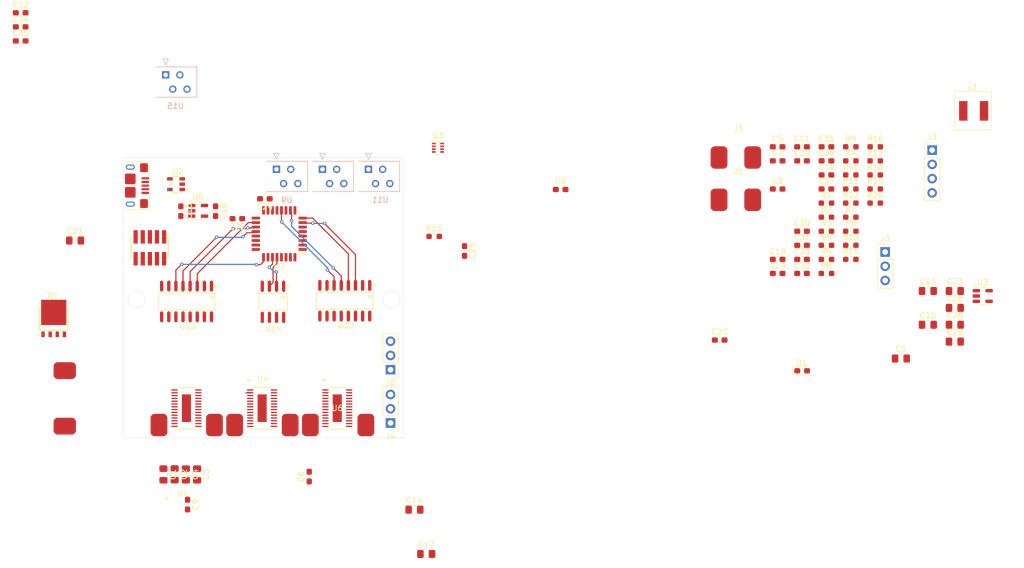
<source format=kicad_pcb>
(kicad_pcb (version 20241229) (generator "pcbnew") (generator_version "9.0")
  (title_block (title "Mainboard layout") (rev "1") (company "Team 1.9 TDI / Crismar Liukonen"))
  (layers (0 "F.Cu" signal) (4 "In1.Cu" power "GND1") (6 "In2.Cu" power "GND2") (2 "B.Cu" signal) (13 "F.Paste" user) (15 "B.Paste" user) (5 "F.SilkS" user "F.Silkscreen") (7 "B.SilkS" user "B.Silkscreen") (1 "F.Mask" user) (3 "B.Mask" user) (25 "Edge.Cuts" user))
  (net 0 "")
  (net 1 "GND_MOT")
  (net 2 "/VBAT")
  (net 3 "GND_MCU")
  (net 4 "/VUSB")
  (net 5 "/5V_MOT")
  (net 6 "+3.3V")
  (net 7 "Net-(U3-SS)")
  (net 8 "Net-(U3-BST)")
  (net 9 "Net-(U3-SW)")
  (net 10 "Net-(U3-RT)")
  (net 11 "/NRST")
  (net 12 "Net-(C35-Pad2)")
  (net 13 "Net-(C36-Pad2)")
  (net 14 "Net-(D1-A)")
  (net 15 "/D-")
  (net 17 "/D+")
  (net 18 "/VBAT_IN")
  (net 19 "/IR_RX")
  (net 20 "/PWM_GRB_O")
  (net 21 "/IR_TX")
  (net 22 "/PWM_ANG_O")
  (net 23 "/M3_OUT1")
  (net 24 "/M3_OUT2")
  (net 25 "/M1_OUT1")
  (net 26 "/M1_OUT2")
  (net 27 "/M2_OUT2")
  (net 28 "/M2_OUT1")
  (net 29 "Net-(U1-ITRIP)")
  (net 30 "Net-(U1-SR)")
  (net 31 "Net-(U1-DRVOFF)")
  (net 32 "Net-(U1-IPROPI)")
  (net 33 "Net-(U6-ITRIP)")
  (net 34 "Net-(U3-FB)")
  (net 35 "Net-(U6-SR)")
  (net 36 "Net-(U6-DRVOFF)")
  (net 37 "Net-(U4-ITRIP)")
  (net 38 "Net-(U6-IPROPI)")
  (net 39 "Net-(U4-SR)")
  (net 40 "Net-(U4-DRVOFF)")
  (net 41 "Net-(U4-IPROPI)")
  (net 42 "Net-(U7-PB8)")
  (net 43 "Net-(U12-EN2)")
  (net 44 "Net-(U13-EN2)")
  (net 46 "/PWM_M1_O")
  (net 47 "/M1_DIR_O")
  (net 48 "/M_NSLEEP_O")
  (net 54 "/PWM_M2_O")
  (net 55 "/M2_DIR_O")
  (net 56 "/M3_DIR_O")
  (net 57 "/PWM_M3_O")
  (net 58 "/PWM_TH_I")
  (net 59 "/E_M3_A")
  (net 61 "/PWM_M3_I")
  (net 62 "/SWCLK")
  (net 63 "/E_M1_A")
  (net 64 "/MCU_LED")
  (net 65 "/E_M2_A")
  (net 66 "/PWM_ANG_I")
  (net 67 "/PWM_GRB_I")
  (net 68 "/E_M3_B")
  (net 69 "/PWM_M2_I")
  (net 70 "/M3_DIR_I")
  (net 72 "/SWDIO")
  (net 73 "/M1_DIR_I")
  (net 74 "/PWM_M1_I")
  (net 75 "/E_M2_B")
  (net 76 "/M2_DIR_I")
  (net 77 "/M_NSLEEP_I")
  (net 78 "/E_M1_B")
  (net 82 "/PWM_TH_O")
  (footprint "Resistor_SMD:R_0603_1608Metric_Pad0.98x0.95mm_HandSolder" (layer "F.Cu") (at 193.34 75.42)
    (property "Reference" "R1")
    (property "Value" "100K")
  )
  (footprint "Capacitor_SMD:C_0805_2012Metric_Pad1.18x1.45mm_HandSolder" (layer "F.Cu") (at 77.1 123.7925 -90)
    (property "Reference" "C2")
    (property "Value" "10u")
  )
  (footprint "Library:SI8640AB-B-IS1" (layer "F.Cu") (at 107.445 92.8355 180)
    (property "Reference" "U13")
    (property "Value" "SI8640AB-B-IS1")
  )
  (footprint "Library:SOT-23-5" (layer "F.Cu") (at 221.22 91.995)
    (property "Reference" "U3")
    (property "Value" "NCP718BSN500T1G")
  )
  (footprint "Resistor_SMD:R_0603_1608Metric_Pad0.98x0.95mm_HandSolder" (layer "F.Cu") (at 197.69 85.46)
    (property "Reference" "R14")
    (property "Value" "100K")
  )
  (footprint "Capacitor_SMD:C_0603_1608Metric_Pad1.08x0.95mm_HandSolder" (layer "F.Cu") (at 88.2875 78.2 180)
    (property "Reference" "C22")
    (property "Value" "0.1u")
  )
  (footprint "Capacitor_SMD:C_0805_2012Metric_Pad1.18x1.45mm_HandSolder" (layer "F.Cu") (at 206.62 103.14)
    (property "Reference" "C5")
    (property "Value" "10u")
  )
  (footprint "Library:C_0603_1608Metric_Pad1.08x0.95mm_HandSolder" (layer "F.Cu") (at 193.34 67.89)
    (property "Reference" "C36")
    (property "Value" "0.1u")
  )
  (footprint "Capacitor_SMD:C_0603_1608Metric_Pad1.08x0.95mm_HandSolder" (layer "F.Cu") (at 49.6375 46.5)
    (property "Reference" "C35")
    (property "Value" "0.1u")
  )
  (footprint "Library:PinHeader_1x03_P2.54mm_Vertical" (layer "F.Cu") (at 203.8175 84.14)
    (property "Reference" "J3")
    (property "Value" "Conn_01x03_Pin")
  )
  (footprint "Inductor_SMD:SRP4021HMCT-1R5M_custom" (layer "F.Cu") (at 219.475 58.975)
    (property "Reference" "L1")
    (property "Value" "1.5u")
  )
  (footprint "Connector_Wire:SolderWirePad_1x02_SMD_3x4mm" (layer "F.Cu") (at 87.8 114)
    (property "Reference" "J9" (hide yes))
    (property "Value" "Conn_01x02_Socket")
  )
  (footprint "Resistor_SMD:R_0603_1608Metric_Pad0.98x0.95mm_HandSolder" (layer "F.Cu") (at 202.04 72.91)
    (property "Reference" "R19")
    (property "Value" "10K")
  )
  (footprint "Library:SolderWirePad_1x02_SMD_3x4mm" (layer "F.Cu") (at 174.19 73.84)
    (property "Reference" "J5")
    (property "Value" "Conn_01x02_Socket")
  )
  (footprint "Resistor_SMD:R_0603_1608Metric_Pad0.98x0.95mm_HandSolder" (layer "F.Cu") (at 197.69 65.38)
    (property "Reference" "R9")
    (property "Value" "100K")
  )
  (footprint "Library:SolderWirePad_1x02_SMD_3x4mm" (layer "F.Cu") (at 174.19 66.29)
    (property "Reference" "J3")
    (property "Value" "Conn_01x02_Socket")
  )
  (footprint "Package_TO_SOT_SMD:SOT-583-8" (layer "F.Cu") (at 124.06 65.55)
    (property "Reference" "U3")
    (property "Value" "TPS62933")
  )
  (footprint "Capacitor_SMD:C_0805_2012Metric_Pad1.18x1.45mm_HandSolder" (layer "F.Cu") (at 211.43 97.12)
    (property "Reference" "C15")
    (property "Value" "10u")
  )
  (footprint "Resistor_SMD:R_0603_1608Metric_Pad0.98x0.95mm_HandSolder" (layer "F.Cu") (at 197.69 70.4)
    (property "Reference" "R10")
    (property "Value" "22K")
  )
  (footprint "Capacitor_SMD:C_0603_1608Metric_Pad1.08x0.95mm_HandSolder" (layer "F.Cu") (at 188.99 85.46)
    (property "Reference" "C33")
    (property "Value" "0.1u")
  )
  (footprint "Capacitor_SMD:C_0603_1608Metric_Pad1.08x0.95mm_HandSolder" (layer "F.Cu") (at 78.2 76.8625 -90)
    (property "Reference" "C16")
    (property "Value" "1u")
  )
  (footprint "Capacitor_SMD:C_0603_1608Metric_Pad1.08x0.95mm_HandSolder" (layer "F.Cu") (at 93.1875 74.65 180)
    (property "Reference" "C24")
    (property "Value" "0.1u")
  )
  (footprint "Resistor_SMD:R_0603_1608Metric_Pad0.98x0.95mm_HandSolder" (layer "F.Cu") (at 202.04 65.38)
    (property "Reference" "R16")
    (property "Value" "22K")
  )
  (footprint "Capacitor_SMD:C_0805_2012Metric_Pad1.18x1.45mm_HandSolder" (layer "F.Cu") (at 79.1 123.8175 -90)
    (property "Reference" "C4")
    (property "Value" "10u")
  )
  (footprint "Capacitor_SMD:C_0805_2012Metric_Pad1.18x1.45mm_HandSolder" (layer "F.Cu") (at 216.24 100.13)
    (property "Reference" "C29")
    (property "Value" "10u")
  )
  (footprint "Library:VSSOP_SDGQQ1_TEX-L" (layer "F.Cu") (at 79.2 112)
    (property "Reference" "U1")
    (property "Value" "DRV8243HQDGQRQ1")
  )
  (footprint "Resistor_SMD:R_0603_1608Metric_Pad0.98x0.95mm_HandSolder" (layer "F.Cu") (at 123.3875 81.3625)
    (property "Reference" "R15")
    (property "Value" "10K")
  )
  (footprint "Connector_PinHeader_2.54mm:PinHeader_1x04_P2.54mm_Vertical" (layer "F.Cu") (at 212.2 65.98)
    (property "Reference" "J3")
    (property "Value" "Conn_01x04_Socket")
  )
  (footprint "Capacitor_SMD:C_0603_1608Metric_Pad1.08x0.95mm_HandSolder" (layer "F.Cu") (at 193.34 72.91)
    (property "Reference" "C37")
    (property "Value" "0.1u")
  )
  (footprint "Resistor_SMD:R_0603_1608Metric_Pad0.98x0.95mm_HandSolder" (layer "F.Cu") (at 197.69 67.89)
    (property "Reference" "R4")
    (property "Value" "10K")
  )
  (footprint "Resistor_SMD:R_0603_1608Metric_Pad0.98x0.95mm_HandSolder" (layer "F.Cu") (at 197.69 72.91)
    (property "Reference" "R11")
    (property "Value" "10K")
  )
  (footprint "Library:VSSOP_SDGQQ1_TEX-L" (layer "F.Cu") (at 92.7 112)
    (property "Reference" "U4")
    (property "Value" "DRV8243HQDGQRQ1")
  )
  (footprint "Connector_PinHeader_2.54mm:PinHeader_1x03_P2.54mm_Vertical" (layer "F.Cu") (at 115.6 114.64 180)
    (property "Reference" "J4")
    (property "Value" "Conn_01x03_Pin")
  )
  (footprint "Resistor_SMD:R_0603_1608Metric_Pad0.98x0.95mm_HandSolder" (layer "F.Cu") (at 197.69 80.44)
    (property "Reference" "R8")
    (property "Value" "10K")
  )
  (footprint "Connector_Wire:SolderWirePad_1x02_SMD_3x4mm" (layer "F.Cu") (at 74.3 114)
    (property "Reference" "J8" (hide yes))
    (property "Value" "Conn_01x02_Socket")
  )
  (footprint "Capacitor_SMD:C_0805_2012Metric_Pad1.18x1.45mm_HandSolder" (layer "F.Cu") (at 59.3375 82.1)
    (property "Reference" "C21")
    (property "Value" "10u")
  )
  (footprint "Capacitor_SMD:C_0805_2012Metric_Pad1.18x1.45mm_HandSolder" (layer "F.Cu") (at 216.24 91.1)
    (property "Reference" "C23")
    (property "Value" "10u")
  )
  (footprint "Capacitor_SMD:C_0603_1608Metric_Pad1.08x0.95mm_HandSolder" (layer "F.Cu") (at 188.99 67.89)
    (property "Reference" "C20")
    (property "Value" "0.1u")
  )
  (footprint "Capacitor_SMD:C_0805_2012Metric_Pad1.18x1.45mm_HandSolder" (layer "F.Cu") (at 121.9625 138)
    (property "Reference" "C17")
    (property "Value" "10u")
  )
  (footprint "Capacitor_SMD:C_0603_1608Metric_Pad1.08x0.95mm_HandSolder" (layer "F.Cu") (at 188.99 80.44)
    (property "Reference" "C30")
    (property "Value" "0.1u")
  )
  (footprint "Connector_Wire:SolderWirePad_1x02_SMD_3x4mm" (layer "F.Cu") (at 58.5 105.3 -90)
    (property "Reference" "J2" (hide yes))
    (property "Value" "Conn_01x02_Socket")
  )
  (footprint "Connector_Wire:SolderWirePad_1x02_SMD_3x4mm" (layer "F.Cu") (at 101.3 114)
    (property "Reference" "J7" (hide yes))
    (property "Value" "Conn_01x02_Socket")
  )
  (footprint "Capacitor_SMD:C_0805_2012Metric_Pad1.18x1.45mm_HandSolder" (layer "F.Cu") (at 211.43 91.1)
    (property "Reference" "C13")
    (property "Value" "10u")
  )
  (footprint "Library:LQFP-32_7x7mm_P0.8mm" (layer "F.Cu") (at 95.75 80.9 180)
    (property "Reference" "U7")
    (property "Value" "STM32G441KBT6")
  )
  (footprint "Library:USB_Micro-B_Amphenol_10118193-0001LF_Horizontal" (layer "F.Cu") (at 69.1865 72.305 -90)
    (property "Reference" "J1" (hide yes))
    (property "Value" "10118193-0001LF")
  )
  (footprint "Capacitor_SMD:C_0603_1608Metric_Pad1.08x0.95mm_HandSolder" (layer "F.Cu") (at 49.6375 43.99)
    (property "Reference" "C34")
    (property "Value" "0.1u")
  )
  (footprint "Library:R_0603_1608Metric_Pad0.98x0.95mm_HandSolder" (layer "F.Cu") (at 193.34 87.97)
    (property "Reference" "R6")
    (property "Value" "100K")
  )
  (footprint "Library:HDR-SMD_10P-P1.27-V-M-R2-C5-S1.27-LS5.5" (layer "F.Cu") (at 72.68 83.4 180)
    (property "Reference" "U8" (hide yes))
    (property "Value" "20021121-00010T4LF")
  )
  (footprint "Package_TO_SOT_SMD:SOT-23-5" (layer "F.Cu") (at 81.2875 76.8)
    (property "Reference" "U5")
    (property "Value" "MIC5504-3.3YM5")
  )
  (footprint "Capacitor_SMD:C_0603_1608Metric_Pad1.08x0.95mm_HandSolder" (layer "F.Cu") (at 128.8 83.9625 -90)
    (property "Reference" "C25")
    (property "Value" "0.1u")
  )
  (footprint "Resistor_SMD:R_0603_1608Metric_Pad0.98x0.95mm_HandSolder" (layer "F.Cu") (at 197.69 75.42)
    (property "Reference" "R12")
    (property "Value" "4K7")
  )
  (footprint "Capacitor_SMD:C_0603_1608Metric_Pad1.08x0.95mm_HandSolder" (layer "F.Cu") (at 184.64 72.91)
    (property "Reference" "C9")
    (property "Value" "0.1u")
  )
  (footprint "Capacitor_SMD:C_0805_2012Metric_Pad1.18x1.45mm_HandSolder" (layer "F.Cu") (at 119.8625 130.1)
    (property "Reference" "C14")
    (property "Value" "10u")
  )
  (footprint "Library:C_0603_1608Metric_Pad1.08x0.95mm_HandSolder" (layer "F.Cu") (at 193.34 65.38)
    (property "Reference" "C35")
    (property "Value" "0.1u")
  )
  (footprint "Resistor_SMD:R_0603_1608Metric_Pad0.98x0.95mm_HandSolder" (layer "F.Cu") (at 193.34 82.95)
    (property "Reference" "R5")
    (property "Value" "2K7")
  )
  (footprint "Capacitor_SMD:C_0603_1608Metric_Pad1.08x0.95mm_HandSolder" (layer "F.Cu") (at 188.99 82.95)
    (property "Reference" "C31")
    (property "Value" "0.1u")
  )
  (footprint "Library:SOIC-8_L4.9-W3.9-P1.27-LS6.0-BL" (layer "F.Cu") (at 94.635 93.0275 180)
    (property "Reference" "U14")
    (property "Value" "MAX12930EASA+")
  )
  (footprint "Capacitor_SMD:C_0805_2012Metric_Pad1.18x1.45mm_HandSolder" (layer "F.Cu") (at 75.1 123.8175 -90)
    (property "Reference" "C1")
    (property "Value" "10u")
  )
  (footprint "Capacitor_SMD:C_0603_1608Metric_Pad1.08x0.95mm_HandSolder" (layer "F.Cu") (at 184.64 87.97)
    (property "Reference" "C19")
    (property "Value" "0.1u")
  )
  (footprint "Capacitor_SMD:C_0805_2012Metric_Pad1.18x1.45mm_HandSolder" (layer "F.Cu") (at 81.1 123.8175 -90)
    (property "Reference" "C3")
    (property "Value" "10u")
  )
  (footprint "Library:SI8640AB-B-IS1" (layer "F.Cu") (at 79.225 92.9645 180)
    (property "Reference" "U12")
    (property "Value" "SI8640AB-B-IS1")
  )
  (footprint "Library:C_0603_1608Metric_Pad1.08x0.95mm_HandSolder" (layer "F.Cu") (at 184.64 65.38)
    (property "Reference" "C5")
    (property "Value" "1u")
  )
  (footprint "Capacitor_SMD:C_0603_1608Metric_Pad1.08x0.95mm_HandSolder" (layer "F.Cu") (at 49.6375 41.48)
    (property "Reference" "C12")
    (property "Value" "10u")
  )
  (footprint "Resistor_SMD:R_0603_1608Metric_Pad0.98x0.95mm_HandSolder" (layer "F.Cu") (at 202.04 70.4)
    (property "Reference" "R18")
    (property "Value" "2K7")
  )
  (footprint "Capacitor_SMD:C_0603_1608Metric_Pad1.08x0.95mm_HandSolder" (layer "F.Cu") (at 101.1 124.2 90)
    (property "Reference" "C6")
    (property "Value" "0.1u")
  )
  (footprint "Capacitor_SMD:C_0603_1608Metric_Pad1.08x0.95mm_HandSolder" (layer "F.Cu") (at 184.64 85.46)
    (property "Reference" "C10")
    (property "Value" "0.1u")
  )
  (footprint "Connector_PinHeader_2.54mm:PinHeader_1x03_P2.54mm_Vertical" (layer "F.Cu") (at 115.6 105.14 180)
    (property "Reference" "J6")
    (property "Value" "Conn_01x03_Pin")
  )
  (footprint "Library:BUK6Y10-30PX" (layer "F.Cu") (at 55.532 96.875)
    (property "Reference" "Q1")
    (property "Value" "BUK6Y10-30PX")
  )
  (footprint "Library:VSSOP_SDGQQ1_TEX-L" (layer "F.Cu") (at 106.1 112)
    (property "Reference" "U6")
    (property "Value" "DRV8243HQDGQRQ1")
  )
  (footprint "Capacitor_SMD:C_0603_1608Metric_Pad1.08x0.95mm_HandSolder" (layer "F.Cu") (at 184.64 67.89)
    (property "Reference" "C7")
    (property "Value" "0.1u")
  )
  (footprint "Capacitor_SMD:C_0603_1608Metric_Pad1.08x0.95mm_HandSolder" (layer "F.Cu") (at 193.34 70.4)
    (property "Reference" "C36")
    (property "Value" "0.1u")
  )
  (footprint "Resistor_SMD:R_0603_1608Metric_Pad0.98x0.95mm_HandSolder" (layer "F.Cu") (at 197.69 82.95)
    (property "Reference" "R13")
    (property "Value" "2K7")
  )
  (footprint "Capacitor_SMD:C_0603_1608Metric_Pad1.08x0.95mm_HandSolder" (layer "F.Cu") (at 188.99 87.97)
    (property "Reference" "C32")
    (property "Value" "0.1u")
  )
  (footprint "Resistor_SMD:R_0603_1608Metric_Pad0.98x0.95mm_HandSolder" (layer "F.Cu") (at 202.04 75.42)
    (property "Reference" "R20")
    (property "Value" "10K")
  )
  (footprint "Capacitor_SMD:C_0603_1608Metric_Pad1.08x0.95mm_HandSolder" (layer "F.Cu") (at 174.3 99.85)
    (property "Reference" "C27")
    (property "Value" "0.1u")
  )
  (footprint "Capacitor_SMD:C_0805_2012Metric_Pad1.18x1.45mm_HandSolder" (layer "F.Cu") (at 216.24 97.12)
    (property "Reference" "C28")
    (property "Value" "10u")
  )
  (footprint "Capacitor_SMD:C_0805_2012Metric_Pad1.18x1.45mm_HandSolder" (layer "F.Cu") (at 216.24 94.11)
    (property "Reference" "C26")
    (property "Value" "10u")
  )
  (footprint "Resistor_SMD:R_0603_1608Metric_Pad0.98x0.95mm_HandSolder" (layer "F.Cu") (at 197.69 77.93)
    (property "Reference" "R7")
    (property "Value" "52K3")
  )
  (footprint "Resistor_SMD:R_0603_1608Metric_Pad0.98x0.95mm_HandSolder" (layer "F.Cu") (at 202.04 67.89)
    (property "Reference" "R17")
    (property "Value" "10K")
  )
  (footprint "Capacitor_SMD:C_0603_1608Metric_Pad1.08x0.95mm_HandSolder" (layer "F.Cu") (at 145.9375 73)
    (property "Reference" "C8")
    (property "Value" "0.1u")
  )
  (footprint "Library:C_0603_1608Metric_Pad1.08x0.95mm_HandSolder" (layer "F.Cu") (at 79.4 129.1925 -90)
    (property "Reference" "C9")
    (property "Value" "1u")
  )
  (footprint "Resistor_SMD:R_0603_1608Metric_Pad0.98x0.95mm_HandSolder" (layer "F.Cu") (at 193.34 77.93)
    (property "Reference" "R2")
    (property "Value" "22K")
  )
  (footprint "LED_SMD:LED_0603_1608Metric_Pad1.05x0.95mm_HandSolder" (layer "F.Cu") (at 189.01 105.33)
    (property "Reference" "D1")
    (property "Value" "RF-WUB190DS-DD")
  )
  (footprint "Capacitor_SMD:C_0603_1608Metric_Pad1.08x0.95mm_HandSolder" (layer "F.Cu") (at 84.4 76.8625 -90)
    (property "Reference" "C18")
    (property "Value" "1u")
  )
  (footprint "Capacitor_SMD:C_0603_1608Metric_Pad1.08x0.95mm_HandSolder" (layer "F.Cu") (at 188.99 65.38)
    (property "Reference" "C11")
    (property "Value" "10u")
  )
  (footprint "Library:SOT-23-5_L2.9-W1.6-P0.95-LS2.8-BR" (layer "F.Cu") (at 77.35 72.05)
    (property "Reference" "U2")
    (property "Value" "CM1223-02SO")
  )
  (footprint "Resistor_SMD:R_0603_1608Metric_Pad0.98x0.95mm_HandSolder" (layer "F.Cu") (at 193.34 80.44)
    (property "Reference" "R3")
    (property "Value" "10K")
  )
  (footprint "Resistor_SMD:R_0603_1608Metric_Pad0.98x0.95mm_HandSolder" (layer "F.Cu") (at 193.34 85.46)
    (property "Reference" "R6")
    (property "Value" "68R")
  )
  (footprint "Library:TE_Micro-MaTch_215079-4_2x02_P1.27mm_Vertical" (layer "B.Cu") (at 111.66 69.4 -90)
    (property "Reference" "U11")
    (property "Value" "215079-4")
  )
  (footprint "Library:TE_Micro-MaTch_215079-4_2x02_P1.27mm_Vertical" (layer "B.Cu") (at 103.46 69.4 -90)
    (property "Reference" "U10" (hide yes))
    (property "Value" "215079-4")
  )
  (footprint "Library:TE_Micro-MaTch_215079-4_2x02_P1.27mm_Vertical" (layer "B.Cu") (at 75.49 52.56 -90)
    (property "Reference" "U15")
    (property "Value" "215079-4")
  )
  (footprint "Library:TE_Micro-MaTch_215079-4_2x02_P1.27mm_Vertical" (layer "B.Cu") (at 95.26 69.4 -90)
    (property "Reference" "U9")
    (property "Value" "215079-4")
  )
  (gr_circle (center 115.8 92.6) (end 117.3 92.6) (stroke (width 0.05)) (fill no) (layer "Edge.Cuts"))
  (gr_rect (start 67.9 67.3) (end 117.9 117.3) (stroke (width 0.05)) (fill no) (layer "Edge.Cuts"))
  (gr_circle (center 70.3 92.6) (end 71.8 92.6) (stroke (width 0.05)) (fill no) (layer "Edge.Cuts"))
  (segment (start 89.804126 109.249307) (end 90.5791 109.249307) (width 0.2) (layer "F.Cu") (net 1))
  (segment (start 78.2 76) (end 78.35 75.85) (width 0.3) (layer "F.Cu") (net 4))
  (segment (start 80 76) (end 80.15 75.85) (width 0.3) (layer "F.Cu") (net 4))
  (segment (start 76.145 73.105) (end 76.25 73) (width 0.3) (layer "F.Cu") (net 4))
  (segment (start 79.95 76.05) (end 80.15 75.85) (width 0.3) (layer "F.Cu") (net 4))
  (segment (start 71.8615 71.005) (end 72.45637 71.005) (width 0.3) (layer "F.Cu") (net 4))
  (segment (start 75.9865 72.85) (end 75.9865 73.155) (width 0.3) (layer "B.Cu") (net 4))
  (segment (start 77.32 87.38) (end 78.35 86.35) (width 0.2) (layer "F.Cu") (net 58))
  (segment (start 77.32 90.229) (end 77.32 87.38) (width 0.2) (layer "F.Cu") (net 58))
  (segment (start 91.7 86.4) (end 92.4 86.4) (width 0.2) (layer "F.Cu") (net 58))
  (segment (start 92.4 86.4) (end 92.95 85.85) (width 0.2) (layer "F.Cu") (net 58))
  (segment (start 92.95 85.85) (end 92.95 85.075) (width 0.2) (layer "F.Cu") (net 58))
  (via (at 91.7 86.4) (size 0.6) (drill 0.3) (layers "F.Cu" "B.Cu") (net 58))
  (via (at 78.35 86.35) (size 0.6) (drill 0.3) (layers "F.Cu" "B.Cu") (net 58))
  (segment (start 78.35 86.35) (end 91.65 86.35) (width 0.2) (layer "B.Cu") (net 58))
  (segment (start 91.65 86.35) (end 91.7 86.4) (width 0.2) (layer "B.Cu") (net 58))
  (segment (start 114.125082 69.4) (end 114.2 69.4) (width 0.2) (layer "F.Cu") (net 59))
  (segment (start 91.375 80.7) (end 91.575 80.5) (width 0.2) (layer "F.Cu") (net 61))
  (segment (start 90 80.7) (end 91.375 80.7) (width 0.2) (layer "F.Cu") (net 61))
  (segment (start 78.59 87.51) (end 78.59 90.229) (width 0.2) (layer "F.Cu") (net 61))
  (segment (start 89.3 81.4) (end 90 80.7) (width 0.2) (layer "F.Cu") (net 61))
  (segment (start 84.575 81.525) (end 78.59 87.51) (width 0.2) (layer "F.Cu") (net 61))
  (via (at 84.575 81.525) (size 0.6) (drill 0.3) (layers "F.Cu" "B.Cu") (net 61))
  (via (at 89.3 81.4) (size 0.6) (drill 0.3) (layers "F.Cu" "B.Cu") (net 61))
  (segment (start 89.175 81.525) (end 84.575 81.525) (width 0.2) (layer "B.Cu") (net 61))
  (segment (start 89.3 81.4) (end 89.175 81.525) (width 0.2) (layer "B.Cu") (net 61))
  (segment (start 95.35 86.2) (end 95.35 85.075) (width 0.2) (layer "F.Cu") (net 66))
  (segment (start 94 90.255) (end 94.65 89.605) (width 0.2) (layer "F.Cu") (net 66))
  (segment (start 94.65 89.605) (end 94.65 86.9) (width 0.2) (layer "F.Cu") (net 66))
  (segment (start 94.65 86.9) (end 95.35 86.2) (width 0.2) (layer "F.Cu") (net 66))
  (segment (start 94 86.85) (end 94.55 86.3) (width 0.2) (layer "F.Cu") (net 67))
  (segment (start 95.27 87.72) (end 95.25 87.7) (width 0.2) (layer "F.Cu") (net 67))
  (segment (start 94.55 86.3) (end 94.55 85.075) (width 0.2) (layer "F.Cu") (net 67))
  (segment (start 95.27 90.255) (end 95.27 87.72) (width 0.2) (layer "F.Cu") (net 67))
  (via (at 94 86.85) (size 0.6) (drill 0.3) (layers "F.Cu" "B.Cu") (net 67))
  (via (at 95.25 87.7) (size 0.6) (drill 0.3) (layers "F.Cu" "B.Cu") (net 67))
  (segment (start 94.85 87.7) (end 94 86.85) (width 0.2) (layer "B.Cu") (net 67))
  (segment (start 95.25 87.7) (end 94.85 87.7) (width 0.2) (layer "B.Cu") (net 67))
  (segment (start 79.86 90.229) (end 79.86 87.64) (width 0.2) (layer "F.Cu") (net 69))
  (segment (start 79.86 87.64) (end 87.5 80) (width 0.2) (layer "F.Cu") (net 69))
  (segment (start 90.15 79.85) (end 91.425 79.85) (width 0.2) (layer "F.Cu") (net 69))
  (segment (start 91.425 79.85) (end 91.575 79.7) (width 0.2) (layer "F.Cu") (net 69))
  (via (at 87.5 80) (size 0.6) (drill 0.3) (layers "F.Cu" "B.Cu") (net 69))
  (via (at 90.15 79.85) (size 0.6) (drill 0.3) (layers "F.Cu" "B.Cu") (net 69))
  (segment (start 90 80) (end 90.15 79.85) (width 0.2) (layer "B.Cu") (net 69))
  (segment (start 87.5 80) (end 90 80) (width 0.2) (layer "B.Cu") (net 69))
  (segment (start 106.81 90.1) (end 106.81 88.41) (width 0.2) (layer "F.Cu") (net 70))
  (segment (start 97.95 78.55) (end 97.95 76.925) (width 0.2) (layer "F.Cu") (net 70))
  (segment (start 97.95 76.925) (end 97.75 76.725) (width 0.2) (layer "F.Cu") (net 70))
  (segment (start 106.81 88.41) (end 105.4 87) (width 0.2) (layer "F.Cu") (net 70))
  (via (at 97.95 78.55) (size 0.6) (drill 0.3) (layers "F.Cu" "B.Cu") (net 70))
  (via (at 105.4 87) (size 0.6) (drill 0.3) (layers "F.Cu" "B.Cu") (net 70))
  (segment (start 97.95 79.55) (end 97.95 78.55) (width 0.2) (layer "B.Cu") (net 70))
  (segment (start 105.4 87) (end 97.95 79.55) (width 0.2) (layer "B.Cu") (net 70))
  (segment (start 109.35 90.1) (end 109.4 90.05) (width 0.2) (layer "F.Cu") (net 73))
  (segment (start 103.85 79.1) (end 103.85 79.05) (width 0.2) (layer "F.Cu") (net 73))
  (segment (start 109.35 84.6) (end 103.85 79.1) (width 0.2) (layer "F.Cu") (net 73))
  (segment (start 100.024265 78.999265) (end 99.925 78.9) (width 0.2) (layer "F.Cu") (net 73))
  (segment (start 109.35 84.6) (end 109.35 90.1) (width 0.2) (layer "F.Cu") (net 73))
  (segment (start 101.750735 78.999265) (end 100.024265 78.999265) (width 0.2) (layer "F.Cu") (net 73))
  (via (at 103.85 79.05) (size 0.6) (drill 0.3) (layers "F.Cu" "B.Cu") (net 73))
  (via (at 101.750735 78.999265) (size 0.6) (drill 0.3) (layers "F.Cu" "B.Cu") (net 73))
  (segment (start 103.85 79.05) (end 101.80147 79.05) (width 0.2) (layer "B.Cu") (net 73))
  (segment (start 100.1 79) (end 100.05 78.95) (width 0.2) (layer "B.Cu") (net 73))
  (segment (start 101.80147 79.05) (end 101.750735 78.999265) (width 0.2) (layer "B.Cu") (net 73))
  (segment (start 81.13 90.229) (end 81.13 88.02) (width 0.2) (layer "F.Cu") (net 74))
  (segment (start 81.13 88.02) (end 90.25 78.9) (width 0.2) (layer "F.Cu") (net 74))
  (segment (start 90.25 78.9) (end 91.575 78.9) (width 0.2) (layer "F.Cu") (net 74))
  (segment (start 101.7 78.1) (end 99.925 78.1) (width 0.2) (layer "F.Cu") (net 76))
  (segment (start 108.08 90.1) (end 108.08 84.48) (width 0.2) (layer "F.Cu") (net 76))
  (segment (start 108.08 84.48) (end 101.7 78.1) (width 0.2) (layer "F.Cu") (net 76))
  (segment (start 105.54 90.1) (end 105.54 88.54) (width 0.2) (layer "F.Cu") (net 77))
  (segment (start 96.35 76.925) (end 96.15 76.725) (width 0.2) (layer "F.Cu") (net 77))
  (segment (start 96.2 78.8) (end 96.15 78.75) (width 0.2) (layer "F.Cu") (net 77))
  (segment (start 96.15 78.75) (end 96.15 76.725) (width 0.2) (layer "F.Cu") (net 77))
  (segment (start 105.54 88.54) (end 104.35 87.35) (width 0.2) (layer "F.Cu") (net 77))
  (via (at 104.35 87.35) (size 0.6) (drill 0.3) (layers "F.Cu" "B.Cu") (net 77))
  (via (at 96.2 78.8) (size 0.6) (drill 0.3) (layers "F.Cu" "B.Cu") (net 77))
  (segment (start 104.35 86.95) (end 96.2 78.8) (width 0.2) (layer "B.Cu") (net 77))
  (segment (start 104.35 87.35) (end 104.35 86.95) (width 0.2) (layer "B.Cu") (net 77))
)
</source>
